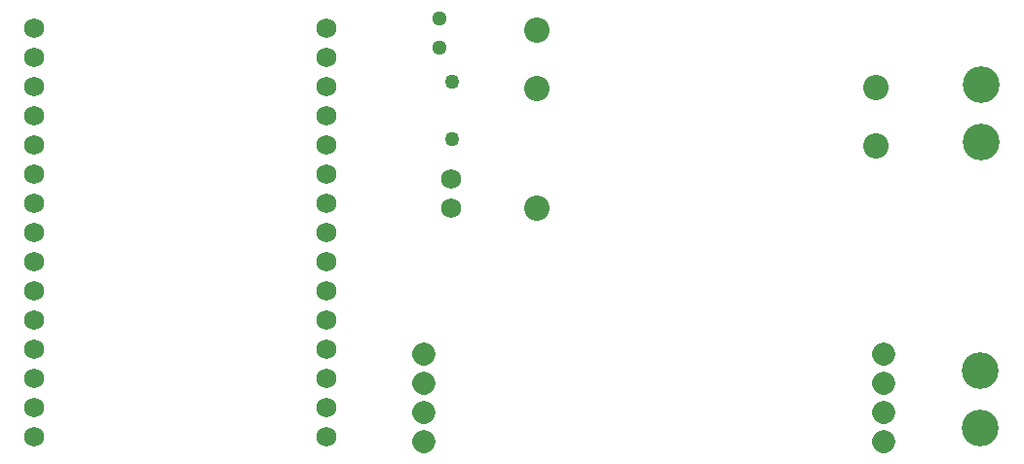
<source format=gbs>
G04 Layer: BottomSolderMaskLayer*
G04 EasyEDA v6.5.9, 2022-08-10 15:01:23*
G04 3fe46a5b86454c6e811331f20d3da3e4,c5bfb2adc60a430b9219b9f832e462ad,10*
G04 Gerber Generator version 0.2*
G04 Scale: 100 percent, Rotated: No, Reflected: No *
G04 Dimensions in millimeters *
G04 leading zeros omitted , absolute positions ,4 integer and 5 decimal *
%FSLAX45Y45*%
%MOMM*%

%ADD10C,2.0032*%
%ADD11C,1.2954*%
%ADD12C,1.7526*%
%ADD13C,1.2624*%
%ADD14C,1.7272*%
%ADD15C,2.2032*%
%ADD16C,3.2032*%

%LPD*%
D10*
X9210700Y5183098D02*
G01*
X9210700Y5183098D01*
X9210700Y5437098D02*
G01*
X9210700Y5437098D01*
X9210700Y5691098D02*
G01*
X9210700Y5691098D01*
X9210700Y5945098D02*
G01*
X9210700Y5945098D01*
X5210708Y5183098D02*
G01*
X5210708Y5183098D01*
X5210708Y5437098D02*
G01*
X5210708Y5437098D01*
X5210708Y5691098D02*
G01*
X5210708Y5691098D01*
X5210708Y5945098D02*
G01*
X5210708Y5945098D01*
D11*
G01*
X5346700Y8864600D03*
G01*
X5346700Y8610600D03*
D12*
G01*
X5448300Y7467600D03*
G01*
X5448300Y7213600D03*
D13*
G01*
X5461000Y8313420D03*
G01*
X5461000Y7815579D03*
D14*
G01*
X1828800Y8775725D03*
G01*
X1828825Y8521674D03*
G01*
X1828825Y8267674D03*
G01*
X1828825Y8013674D03*
G01*
X1828825Y7759674D03*
G01*
X1828825Y7505674D03*
G01*
X1828825Y7251674D03*
G01*
X1828825Y6997674D03*
G01*
X1828825Y6743674D03*
G01*
X1828825Y6489674D03*
G01*
X1828825Y6235674D03*
G01*
X1828825Y5981674D03*
G01*
X1828825Y5727674D03*
G01*
X1828825Y5473674D03*
G01*
X1828825Y5219674D03*
G01*
X4368825Y5219674D03*
G01*
X4368825Y5473674D03*
G01*
X4368825Y5727674D03*
G01*
X4368825Y5981674D03*
G01*
X4368825Y6235674D03*
G01*
X4368825Y6489674D03*
G01*
X4368825Y6743674D03*
G01*
X4368825Y6997674D03*
G01*
X4368825Y7251674D03*
G01*
X4368825Y7505674D03*
G01*
X4368825Y7759674D03*
G01*
X4368825Y8013674D03*
G01*
X4368825Y8267674D03*
G01*
X4368825Y8521674D03*
G01*
X4368825Y8775674D03*
D15*
G01*
X9144000Y7753350D03*
G01*
X9144000Y8261350D03*
G01*
X6197600Y7213600D03*
G01*
X6197600Y8255000D03*
G01*
X6197600Y8763000D03*
D16*
G01*
X10058400Y8289086D03*
G01*
X10058400Y7789087D03*
G01*
X10045725Y5299887D03*
G01*
X10045725Y5799886D03*
M02*

</source>
